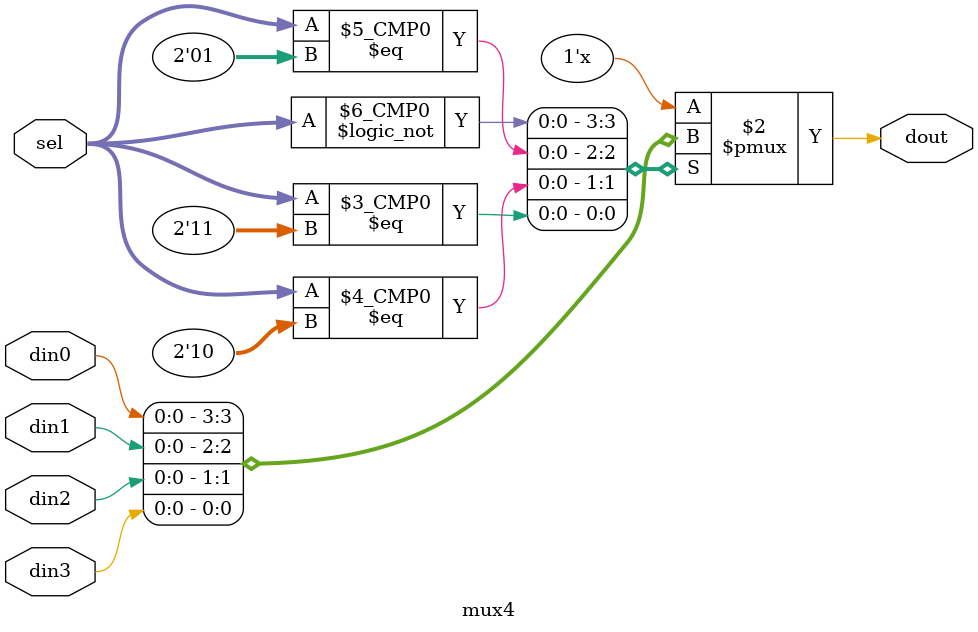
<source format=v>
module mux4(
    input din0,
    input din1,
    input din2,
    input din3,
    input [1:0] sel,
    output reg dout
    );
    
    always @(sel, din0, din1, din2, din3)
    case(sel)
    2'b00: dout = din0;
    2'b01: dout = din1;
    2'b10: dout = din2;
    2'b11: dout = din3;
    default: dout = 1'bx;
    endcase
    
    
    
endmodule

</source>
